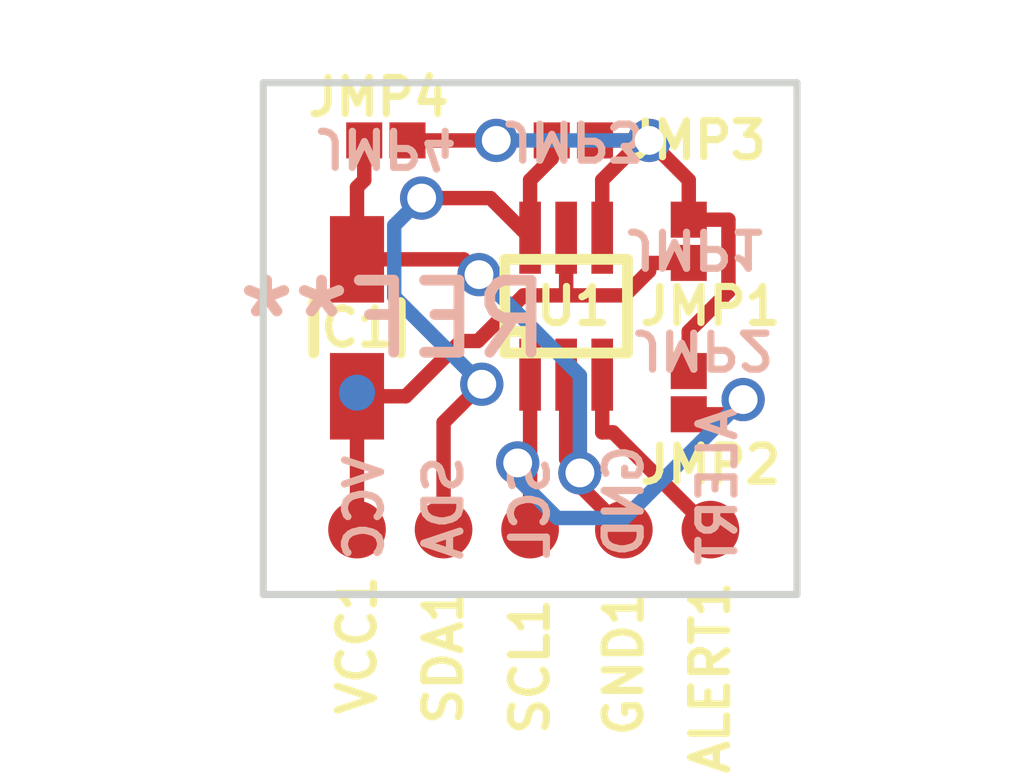
<source format=kicad_pcb>
(kicad_pcb (version 20171130) (host pcbnew "(5.1.12)-1")

  (general
    (thickness 1.6)
    (drawings 13)
    (tracks 65)
    (zones 0)
    (modules 12)
    (nets 7)
  )

  (page A4)
  (layers
    (0 F.Cu signal)
    (31 B.Cu signal)
    (32 B.Adhes user)
    (33 F.Adhes user hide)
    (34 B.Paste user)
    (35 F.Paste user)
    (36 B.SilkS user)
    (37 F.SilkS user)
    (38 B.Mask user)
    (39 F.Mask user)
    (40 Dwgs.User user)
    (41 Cmts.User user)
    (42 Eco1.User user)
    (43 Eco2.User user)
    (44 Edge.Cuts user)
    (45 Margin user)
    (46 B.CrtYd user)
    (47 F.CrtYd user)
    (48 B.Fab user)
    (49 F.Fab user)
  )

  (setup
    (last_trace_width 0.2)
    (trace_clearance 0.2)
    (zone_clearance 0.508)
    (zone_45_only no)
    (trace_min 0.2)
    (via_size 0.6)
    (via_drill 0.4)
    (via_min_size 0.4)
    (via_min_drill 0.3)
    (uvia_size 0.3)
    (uvia_drill 0.1)
    (uvias_allowed no)
    (uvia_min_size 0.2)
    (uvia_min_drill 0.1)
    (edge_width 0.1)
    (segment_width 0.2)
    (pcb_text_width 0.3)
    (pcb_text_size 1.5 1.5)
    (mod_edge_width 0.15)
    (mod_text_size 1 1)
    (mod_text_width 0.15)
    (pad_size 1.5 1.5)
    (pad_drill 0.6)
    (pad_to_mask_clearance 0)
    (aux_axis_origin 0 0)
    (visible_elements 7FFFFFFF)
    (pcbplotparams
      (layerselection 0x010f0_80000001)
      (usegerberextensions true)
      (usegerberattributes true)
      (usegerberadvancedattributes true)
      (creategerberjobfile true)
      (excludeedgelayer true)
      (linewidth 0.100000)
      (plotframeref false)
      (viasonmask false)
      (mode 1)
      (useauxorigin false)
      (hpglpennumber 1)
      (hpglpenspeed 20)
      (hpglpendiameter 15.000000)
      (psnegative false)
      (psa4output false)
      (plotreference true)
      (plotvalue true)
      (plotinvisibletext false)
      (padsonsilk false)
      (subtractmaskfromsilk false)
      (outputformat 1)
      (mirror false)
      (drillshape 0)
      (scaleselection 1)
      (outputdirectory "plot/"))
  )

  (net 0 "")
  (net 1 /VCC)
  (net 2 /ADD0)
  (net 3 GND)
  (net 4 /SCL)
  (net 5 /SDA)
  (net 6 /ALERT)

  (net_class Default "This is the default net class."
    (clearance 0.2)
    (trace_width 0.2)
    (via_dia 0.6)
    (via_drill 0.4)
    (uvia_dia 0.3)
    (uvia_drill 0.1)
    (add_net /ADD0)
    (add_net /ALERT)
    (add_net /SCL)
    (add_net /SDA)
    (add_net /VCC)
    (add_net GND)
  )

  (module kicad-footprints:SOT563 (layer F.Cu) (tedit 559CFDEF) (tstamp 559CEBD7)
    (at 149 106.1)
    (path /559D49BD)
    (fp_text reference U1 (at 0.1 0) (layer F.SilkS)
      (effects (font (size 0.5 0.5) (thickness 0.1)))
    )
    (fp_text value TMP102 (at 0 -2.54) (layer F.Fab)
      (effects (font (size 1 1) (thickness 0.15)))
    )
    (fp_line (start -0.85 0.65) (end -0.85 -0.65) (layer F.SilkS) (width 0.15))
    (fp_line (start -0.8 0.65) (end -0.85 0.65) (layer F.SilkS) (width 0.15))
    (fp_line (start 0.85 0.65) (end -0.8 0.65) (layer F.SilkS) (width 0.15))
    (fp_line (start 0.85 -0.65) (end 0.85 0.65) (layer F.SilkS) (width 0.15))
    (fp_line (start -0.85 -0.65) (end 0.85 -0.65) (layer F.SilkS) (width 0.15))
    (fp_line (start -0.55 0.35) (end -0.55 0.65) (layer F.SilkS) (width 0.15))
    (fp_line (start -0.85 0.35) (end -0.55 0.35) (layer F.SilkS) (width 0.15))
    (pad 1 smd rect (at -0.5 0.95) (size 0.3 1) (layers F.Cu F.Paste F.Mask)
      (net 4 /SCL))
    (pad 2 smd rect (at 0 0.95) (size 0.3 1) (layers F.Cu F.Paste F.Mask)
      (net 3 GND))
    (pad 3 smd rect (at 0.5 0.95) (size 0.3 1) (layers F.Cu F.Paste F.Mask)
      (net 6 /ALERT))
    (pad 4 smd rect (at 0.5 -0.95) (size 0.3 1) (layers F.Cu F.Paste F.Mask)
      (net 2 /ADD0))
    (pad 5 smd rect (at 0 -0.95) (size 0.3 1) (layers F.Cu F.Paste F.Mask)
      (net 1 /VCC))
    (pad 6 smd rect (at -0.5 -0.95) (size 0.3 1) (layers F.Cu F.Paste F.Mask)
      (net 5 /SDA))
  )

  (module Capacitors_SMD:C_0603_HandSoldering (layer F.Cu) (tedit 559D0AF6) (tstamp 559CFB05)
    (at 146.1 106.4 90)
    (descr "Capacitor SMD 0603, hand soldering")
    (tags "capacitor 0603")
    (path /559D5D68)
    (attr smd)
    (fp_text reference C1 (at 0 0 180) (layer F.SilkS)
      (effects (font (size 0.5 0.5) (thickness 0.1)))
    )
    (fp_text value C (at 0 1.9 90) (layer F.Fab)
      (effects (font (size 1 1) (thickness 0.15)))
    )
    (fp_line (start 0.35 0.6) (end -0.35 0.6) (layer F.SilkS) (width 0.15))
    (fp_line (start -0.35 -0.6) (end 0.35 -0.6) (layer F.SilkS) (width 0.15))
    (fp_line (start 1.85 -0.75) (end 1.85 0.75) (layer F.CrtYd) (width 0.05))
    (fp_line (start -1.85 -0.75) (end -1.85 0.75) (layer F.CrtYd) (width 0.05))
    (fp_line (start -1.85 0.75) (end 1.85 0.75) (layer F.CrtYd) (width 0.05))
    (fp_line (start -1.85 -0.75) (end 1.85 -0.75) (layer F.CrtYd) (width 0.05))
    (pad 1 smd rect (at -0.95 0 90) (size 1.2 0.75) (layers F.Cu F.Paste F.Mask)
      (net 1 /VCC))
    (pad 2 smd rect (at 0.95 0 90) (size 1.2 0.75) (layers F.Cu F.Paste F.Mask)
      (net 3 GND))
    (model Capacitors_SMD.3dshapes/C_0603_HandSoldering.wrl
      (at (xyz 0 0 0))
      (scale (xyz 1 1 1))
      (rotate (xyz 0 0 0))
    )
  )

  (module kicad-footprints:SOLDER_JUMPER (layer F.Cu) (tedit 559D0B49) (tstamp 559CFC73)
    (at 150.7 105.2 90)
    (path /559D4A6F)
    (fp_text reference JMP1 (at -0.9 0.3 180) (layer F.SilkS)
      (effects (font (size 0.5 0.5) (thickness 0.1)))
    )
    (fp_text value R (at 0.2 -1.1 90) (layer F.Fab)
      (effects (font (size 1 1) (thickness 0.15)))
    )
    (pad 1 smd rect (at -0.3 0 90) (size 0.5 0.5) (layers F.Cu F.Paste F.Mask)
      (net 1 /VCC) (clearance 0.05))
    (pad 2 smd rect (at 0.3 0 90) (size 0.5 0.5) (layers F.Cu F.Paste F.Mask)
      (net 2 /ADD0) (clearance 0.05))
  )

  (module kicad-footprints:SOLDER_JUMPER (layer F.Cu) (tedit 559D0B4E) (tstamp 559CFC79)
    (at 150.7 107.3 90)
    (path /559D4CF5)
    (fp_text reference JMP2 (at -1 0.3 180) (layer F.SilkS)
      (effects (font (size 0.5 0.5) (thickness 0.1)))
    )
    (fp_text value R (at 0.2 -1.1 90) (layer F.Fab)
      (effects (font (size 1 1) (thickness 0.15)))
    )
    (pad 1 smd rect (at -0.3 0 90) (size 0.5 0.5) (layers F.Cu F.Paste F.Mask)
      (net 4 /SCL) (clearance 0.05))
    (pad 2 smd rect (at 0.3 0 90) (size 0.5 0.5) (layers F.Cu F.Paste F.Mask)
      (net 2 /ADD0) (clearance 0.05))
  )

  (module kicad-footprints:SOLDER_JUMPER (layer F.Cu) (tedit 559CFD0F) (tstamp 559CFC7F)
    (at 149.1 103.8)
    (path /559D4D1D)
    (fp_text reference JMP3 (at 1.7 0) (layer F.SilkS)
      (effects (font (size 0.5 0.5) (thickness 0.1)))
    )
    (fp_text value R (at 0.2 -1.1) (layer F.Fab)
      (effects (font (size 1 1) (thickness 0.15)))
    )
    (pad 1 smd rect (at -0.3 0) (size 0.5 0.5) (layers F.Cu F.Paste F.Mask)
      (net 5 /SDA) (clearance 0.05))
    (pad 2 smd rect (at 0.3 0) (size 0.5 0.5) (layers F.Cu F.Paste F.Mask)
      (net 2 /ADD0) (clearance 0.05))
  )

  (module kicad-footprints:SOLDER_JUMPER (layer F.Cu) (tedit 559D0B3E) (tstamp 559CFC85)
    (at 146.5 103.8 180)
    (path /559D4AFC)
    (fp_text reference JMP4 (at 0.1 0.6 180) (layer F.SilkS)
      (effects (font (size 0.5 0.5) (thickness 0.1)))
    )
    (fp_text value R (at 0.2 -1.1 180) (layer F.Fab)
      (effects (font (size 1 1) (thickness 0.15)))
    )
    (pad 1 smd rect (at -0.3 0 180) (size 0.5 0.5) (layers F.Cu F.Paste F.Mask)
      (net 2 /ADD0) (clearance 0.05))
    (pad 2 smd rect (at 0.3 0 180) (size 0.5 0.5) (layers F.Cu F.Paste F.Mask)
      (net 3 GND) (clearance 0.05))
  )

  (module kicad-footprints:SMD_TP0.8mm (layer F.Cu) (tedit 559D0537) (tstamp 559D0589)
    (at 151 109.2)
    (path /559D5053)
    (fp_text reference ALERT1 (at 0 2.05 90) (layer F.SilkS)
      (effects (font (size 0.5 0.5) (thickness 0.1)))
    )
    (fp_text value TEST_POINT (at 0 -1.5) (layer F.Fab)
      (effects (font (size 1 1) (thickness 0.15)))
    )
    (pad 1 smd circle (at 0 0) (size 0.8 0.8) (layers F.Cu F.Paste F.Mask)
      (net 6 /ALERT))
  )

  (module kicad-footprints:SMD_TP0.8mm (layer F.Cu) (tedit 559D0540) (tstamp 559D058D)
    (at 149.8 109.2)
    (path /559D50FE)
    (fp_text reference GND1 (at 0 1.85 90) (layer F.SilkS)
      (effects (font (size 0.5 0.5) (thickness 0.1)))
    )
    (fp_text value TEST_POINT (at 0 -1.5) (layer F.Fab)
      (effects (font (size 1 1) (thickness 0.15)))
    )
    (pad 1 smd circle (at 0 0) (size 0.8 0.8) (layers F.Cu F.Paste F.Mask)
      (net 3 GND))
  )

  (module kicad-footprints:SMD_TP0.8mm (layer F.Cu) (tedit 559D053C) (tstamp 559D0591)
    (at 148.5 109.2)
    (path /559D4EBD)
    (fp_text reference SCL1 (at 0 1.9 90) (layer F.SilkS)
      (effects (font (size 0.5 0.5) (thickness 0.1)))
    )
    (fp_text value TEST_POINT (at 0 -1.5) (layer F.Fab)
      (effects (font (size 1 1) (thickness 0.15)))
    )
    (pad 1 smd circle (at 0 0) (size 0.8 0.8) (layers F.Cu F.Paste F.Mask)
      (net 4 /SCL))
  )

  (module kicad-footprints:SMD_TP0.8mm (layer F.Cu) (tedit 559D0543) (tstamp 559D0595)
    (at 147.3 109.2)
    (path /559D4E0A)
    (fp_text reference SDA1 (at 0 1.75 90) (layer F.SilkS)
      (effects (font (size 0.5 0.5) (thickness 0.1)))
    )
    (fp_text value TEST_POINT (at 0 -1.5) (layer F.Fab)
      (effects (font (size 1 1) (thickness 0.15)))
    )
    (pad 1 smd circle (at 0 0) (size 0.8 0.8) (layers F.Cu F.Paste F.Mask)
      (net 5 /SDA))
  )

  (module kicad-footprints:SMD_TP0.8mm (layer F.Cu) (tedit 559D04EB) (tstamp 559D0599)
    (at 146.1 109.2)
    (path /559D5094)
    (fp_text reference VCC1 (at 0 1.6 90) (layer F.SilkS)
      (effects (font (size 0.5 0.5) (thickness 0.1)))
    )
    (fp_text value TEST_POINT (at 0 -1.5) (layer F.Fab)
      (effects (font (size 1 1) (thickness 0.15)))
    )
    (pad 1 smd circle (at 0 0) (size 0.8 0.8) (layers F.Cu F.Paste F.Mask)
      (net 1 /VCC))
  )

  (module kicad-footprints:SMD_TP0.5mm (layer B.Cu) (tedit 559CE4F1) (tstamp 559D0F6D)
    (at 146.1 107.3)
    (fp_text reference REF** (at 0.508 -1.016) (layer B.SilkS)
      (effects (font (size 1 1) (thickness 0.15)) (justify mirror))
    )
    (fp_text value SMD_TP0.5mm (at 0.508 1.016) (layer B.Fab)
      (effects (font (size 1 1) (thickness 0.15)) (justify mirror))
    )
    (pad 1 smd circle (at 0 0) (size 0.5 0.5) (layers B.Cu B.Paste B.Mask))
  )

  (gr_text JMP2 (at 150.9 106.7 180) (layer B.SilkS)
    (effects (font (size 0.5 0.5) (thickness 0.1)) (justify mirror))
  )
  (gr_text JMP1 (at 150.8 105.3 180) (layer B.SilkS)
    (effects (font (size 0.5 0.5) (thickness 0.1)) (justify mirror))
  )
  (gr_text JMP3 (at 149.1 103.8 180) (layer B.SilkS)
    (effects (font (size 0.5 0.5) (thickness 0.1)) (justify mirror))
  )
  (gr_text JMP4 (at 146.5 103.9 180) (layer B.SilkS)
    (effects (font (size 0.5 0.5) (thickness 0.1)) (justify mirror))
  )
  (gr_text ALERT (at 151.1 108.6 90) (layer B.SilkS)
    (effects (font (size 0.5 0.5) (thickness 0.1)) (justify mirror))
  )
  (gr_text GND (at 149.8 108.8 90) (layer B.SilkS)
    (effects (font (size 0.5 0.5) (thickness 0.1)) (justify mirror))
  )
  (gr_text SCL (at 148.5 108.9 90) (layer B.SilkS)
    (effects (font (size 0.5 0.5) (thickness 0.1)) (justify mirror))
  )
  (gr_text SDA (at 147.3 108.9 90) (layer B.SilkS)
    (effects (font (size 0.5 0.5) (thickness 0.1)) (justify mirror))
  )
  (gr_text VCC (at 146.2 108.9 90) (layer B.SilkS)
    (effects (font (size 0.5 0.5) (thickness 0.1)) (justify mirror))
  )
  (gr_line (start 144.8 110.1) (end 144.8 103) (angle 90) (layer Edge.Cuts) (width 0.1))
  (gr_line (start 152.2 110.1) (end 144.8 110.1) (angle 90) (layer Edge.Cuts) (width 0.1))
  (gr_line (start 152.2 103) (end 152.2 110.1) (angle 90) (layer Edge.Cuts) (width 0.1))
  (gr_line (start 144.8 103) (end 152.2 103) (angle 90) (layer Edge.Cuts) (width 0.1))

  (segment (start 146.1 107.35) (end 146.7751 107.35) (width 0.2) (layer F.Cu) (net 1))
  (segment (start 146.7751 107.35) (end 147.5423 106.5828) (width 0.2) (layer F.Cu) (net 1))
  (segment (start 147.5423 106.5828) (end 147.777 106.5828) (width 0.2) (layer F.Cu) (net 1))
  (segment (start 147.777 106.5828) (end 148.4097 105.9501) (width 0.2) (layer F.Cu) (net 1))
  (segment (start 148.4097 105.9501) (end 149 105.9501) (width 0.2) (layer F.Cu) (net 1))
  (segment (start 146.1 109.2) (end 146.1 107.35) (width 0.2) (layer F.Cu) (net 1))
  (segment (start 149 105.15) (end 149 105.9501) (width 0.2) (layer F.Cu) (net 1))
  (segment (start 150.7 105.5) (end 150.1499 105.5) (width 0.2) (layer F.Cu) (net 1))
  (segment (start 150.1499 105.5) (end 150.1499 105.6127) (width 0.2) (layer F.Cu) (net 1))
  (segment (start 150.1499 105.6127) (end 149.8125 105.9501) (width 0.2) (layer F.Cu) (net 1))
  (segment (start 149.8125 105.9501) (end 149 105.9501) (width 0.2) (layer F.Cu) (net 1))
  (segment (start 150.151 103.8) (end 150.7 104.35) (width 0.2) (layer F.Cu) (net 2))
  (segment (start 150.7 104.35) (end 150.7 104.9) (width 0.2) (layer F.Cu) (net 2))
  (segment (start 149.95 103.8) (end 150.151 103.8) (width 0.2) (layer F.Cu) (net 2))
  (segment (start 149.95 103.8) (end 149.95 103.899) (width 0.2) (layer F.Cu) (net 2))
  (segment (start 149.95 103.899) (end 149.5 104.35) (width 0.2) (layer F.Cu) (net 2))
  (segment (start 149.5 104.35) (end 149.5 105.15) (width 0.2) (layer F.Cu) (net 2))
  (segment (start 150.7 107) (end 150.7 106.45) (width 0.2) (layer F.Cu) (net 2))
  (segment (start 150.7 106.45) (end 151.25 105.899) (width 0.2) (layer F.Cu) (net 2))
  (segment (start 151.25 105.899) (end 151.25 104.9) (width 0.2) (layer F.Cu) (net 2))
  (segment (start 151.25 104.9) (end 150.7 104.9) (width 0.2) (layer F.Cu) (net 2))
  (segment (start 149.4 103.8) (end 149.95 103.8) (width 0.2) (layer F.Cu) (net 2))
  (segment (start 146.8 103.8) (end 148.031 103.8) (width 0.2) (layer F.Cu) (net 2))
  (segment (start 148.031 103.8) (end 150.151 103.8) (width 0.2) (layer B.Cu) (net 2))
  (via (at 150.151 103.8) (size 0.6) (layers F.Cu B.Cu) (net 2))
  (via (at 148.031 103.8) (size 0.6) (layers F.Cu B.Cu) (net 2))
  (segment (start 146.1 105.45) (end 147.5794 105.45) (width 0.2) (layer F.Cu) (net 3))
  (segment (start 147.5794 105.45) (end 147.7917 105.6623) (width 0.2) (layer F.Cu) (net 3))
  (segment (start 149.8 109.2) (end 149.1904 108.5904) (width 0.2) (layer F.Cu) (net 3))
  (segment (start 149.1904 108.5904) (end 149.1904 108.4133) (width 0.2) (layer F.Cu) (net 3))
  (segment (start 149.1904 108.4133) (end 149 108.2229) (width 0.2) (layer F.Cu) (net 3))
  (segment (start 149 108.2229) (end 149 107.05) (width 0.2) (layer F.Cu) (net 3))
  (segment (start 147.7917 105.6623) (end 149.1904 107.061) (width 0.2) (layer B.Cu) (net 3))
  (segment (start 149.1904 107.061) (end 149.1904 108.4133) (width 0.2) (layer B.Cu) (net 3))
  (segment (start 146.2 104.3501) (end 146.1 104.4501) (width 0.2) (layer F.Cu) (net 3))
  (segment (start 146.1 104.4501) (end 146.1 105.45) (width 0.2) (layer F.Cu) (net 3))
  (segment (start 146.2 103.8) (end 146.2 104.3501) (width 0.2) (layer F.Cu) (net 3))
  (via (at 149.1904 108.4133) (size 0.6) (layers F.Cu B.Cu) (net 3))
  (via (at 147.7917 105.6623) (size 0.6) (layers F.Cu B.Cu) (net 3))
  (segment (start 148.5 108.275) (end 148.5 109.2) (width 0.2) (layer F.Cu) (net 4))
  (segment (start 148.5 107.05) (end 148.5 108.275) (width 0.2) (layer F.Cu) (net 4))
  (segment (start 148.5 108.275) (end 148.328 108.275) (width 0.2) (layer F.Cu) (net 4))
  (segment (start 151.454 107.396) (end 149.811 109.039) (width 0.2) (layer B.Cu) (net 4))
  (segment (start 149.811 109.039) (end 148.876 109.039) (width 0.2) (layer B.Cu) (net 4))
  (segment (start 148.876 109.039) (end 148.328 108.491) (width 0.2) (layer B.Cu) (net 4))
  (segment (start 148.328 108.491) (end 148.328 108.275) (width 0.2) (layer B.Cu) (net 4))
  (segment (start 151.454 107.396) (end 151.25 107.6) (width 0.2) (layer F.Cu) (net 4))
  (segment (start 151.25 107.6) (end 150.7 107.6) (width 0.2) (layer F.Cu) (net 4))
  (via (at 151.454 107.396) (size 0.6) (layers F.Cu B.Cu) (net 4))
  (via (at 148.328 108.275) (size 0.6) (layers F.Cu B.Cu) (net 4))
  (segment (start 146.996 104.6) (end 147.95 104.6) (width 0.2) (layer F.Cu) (net 5))
  (segment (start 147.95 104.6) (end 148.5 105.15) (width 0.2) (layer F.Cu) (net 5))
  (segment (start 147.83 107.183) (end 146.616 105.969) (width 0.2) (layer B.Cu) (net 5))
  (segment (start 146.616 105.969) (end 146.616 104.98) (width 0.2) (layer B.Cu) (net 5))
  (segment (start 146.616 104.98) (end 146.996 104.6) (width 0.2) (layer B.Cu) (net 5))
  (segment (start 147.3 109.2) (end 147.3 107.714) (width 0.2) (layer F.Cu) (net 5))
  (segment (start 147.3 107.714) (end 147.83 107.183) (width 0.2) (layer F.Cu) (net 5))
  (segment (start 148.5 105.15) (end 148.5 104.35) (width 0.2) (layer F.Cu) (net 5))
  (segment (start 148.5 104.35) (end 148.8 104.05) (width 0.2) (layer F.Cu) (net 5))
  (segment (start 148.8 104.05) (end 148.8 103.8) (width 0.2) (layer F.Cu) (net 5))
  (via (at 146.996 104.6) (size 0.6) (layers F.Cu B.Cu) (net 5))
  (via (at 147.83 107.183) (size 0.6) (layers F.Cu B.Cu) (net 5))
  (segment (start 149.5 107.05) (end 149.5 107.85) (width 0.2) (layer F.Cu) (net 6))
  (segment (start 149.5 107.85) (end 149.65 107.85) (width 0.2) (layer F.Cu) (net 6))
  (segment (start 149.65 107.85) (end 151 109.2) (width 0.2) (layer F.Cu) (net 6))

)

</source>
